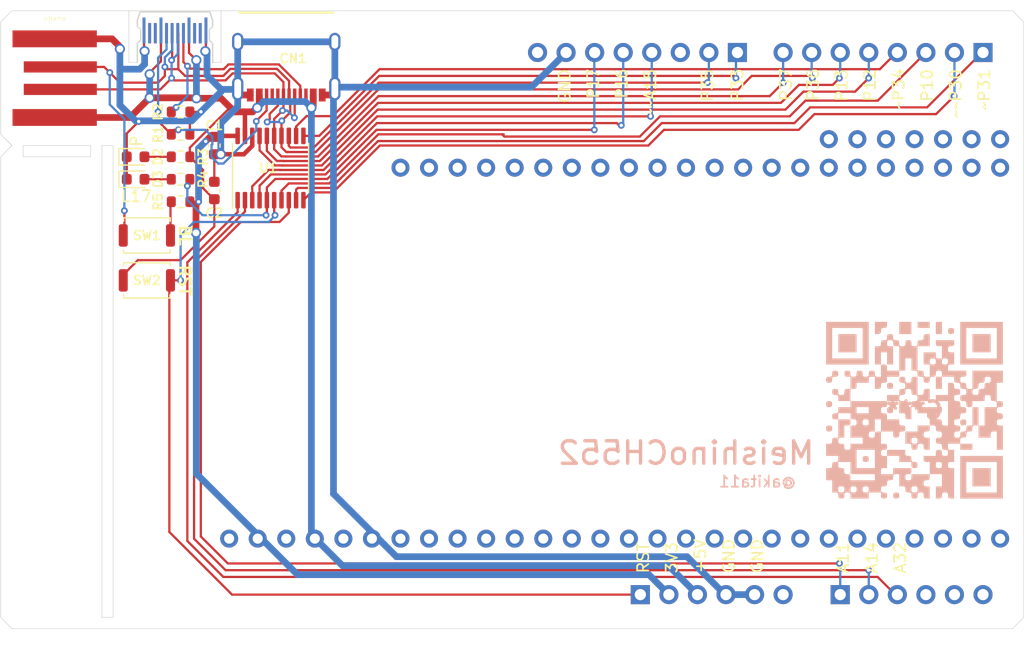
<source format=kicad_pcb>
(kicad_pcb (version 20211014) (generator pcbnew)
  (layers (0 "F.Cu" signal) (31 "B.Cu" signal) (34 "B.Paste" user) (35 "F.Paste" user) (36 "B.SilkS" user "B.Silkscreen") (37 "F.SilkS" user "F.Silkscreen") (38 "B.Mask" user) (39 "F.Mask" user) (44 "Edge.Cuts" user))
  (net 0 "")
  (net 1 "+3V3")
  (net 2 "GND")
  (net 3 "+5V")
  (net 5 "Net-(CN1-PadA5)")
  (net 6 "/P3.7")
  (net 7 "/P3.6")
  (net 9 "Net-(CN1-PadB5)")
  (net 10 "Net-(D2-Pad2)")
  (net 11 "Net-(D3-Pad2)")
  (net 12 "/RST")
  (net 14 "/P1.1")
  (net 15 "/P1.4")
  (net 16 "/P3.2")
  (net 20 "/P3.1")
  (net 21 "/P3.0")
  (net 22 "/P1.0")
  (net 23 "/P3.4")
  (net 24 "/P1.2")
  (net 25 "/P1.3")
  (net 26 "/P3.3")
  (net 27 "/P3.5")
  (net 29 "/P1.5")
  (net 30 "/P1.6")
  (net 31 "/P1.7")
  (net 33 "Net-(R5-Pad2)")
  (footprint "akita:Pad_TH09mm" (layer "F.Cu") (at 68.58 46.99 180)
    (fp_text reference "REF**" hide)
    (fp_text value "Pad_TH09mm" hide)
  )
  (footprint "akita:Pad_TH09mm" (layer "F.Cu") (at 83.82 11.43)
    (fp_text reference "REF**" hide)
    (fp_text value "Pad_TH09mm" hide)
  )
  (footprint "Button_Switch_SMD:SW_Push_SPST_NO_Alps_SKRK" (layer "F.Cu") (at 13 24 180)
    (fp_text reference "SW2")
    (fp_text value "SW_Push")
  )
  (footprint "Capacitor_SMD:C_0603_1608Metric" (layer "F.Cu") (at 19 16 90)
    (fp_text reference "C2")
    (fp_text value "0.1u")
  )
  (footprint "akita:Pad_TH09mm" (layer "F.Cu") (at 55.88 46.99 180)
    (fp_text reference "REF**" hide)
    (fp_text value "Pad_TH09mm" hide)
  )
  (footprint "Connector_PinSocket_2.54mm:PinSocket_1x08_P2.54mm_Vertical" (layer "F.Cu") (at 65.531 3.715 -90)
    (fp_text reference "J4" hide)
    (fp_text value "Conn_01x08")
  )
  (footprint "akita:Pad_TH09mm" (layer "F.Cu") (at 68.58 13.97)
    (fp_text reference "REF**" hide)
    (fp_text value "Pad_TH09mm" hide)
  )
  (footprint "akita:Pad_TH09mm" (layer "F.Cu") (at 78.74 46.99 180)
    (fp_text reference "REF**" hide)
    (fp_text value "Pad_TH09mm" hide)
  )
  (footprint "Connector_PinSocket_2.54mm:PinSocket_1x08_P2.54mm_Vertical" (layer "F.Cu") (at 87.375 3.715 -90)
    (fp_text reference "J3" hide)
    (fp_text value "Conn_01x08")
  )
  (footprint "akita:Pad_TH09mm" (layer "F.Cu") (at 35.56 46.99 180)
    (fp_text reference "REF**" hide)
    (fp_text value "Pad_TH09mm" hide)
  )
  (footprint "akita:Pad_TH09mm" (layer "F.Cu") (at 76.2 11.43)
    (fp_text reference "REF**" hide)
    (fp_text value "Pad_TH09mm" hide)
  )
  (footprint "akita:Pad_TH09mm" (layer "F.Cu") (at 58.42 46.99 180)
    (fp_text reference "REF**" hide)
    (fp_text value "Pad_TH09mm" hide)
  )
  (footprint "akita:Pad_TH09mm" (layer "F.Cu") (at 86.36 13.97)
    (fp_text reference "REF**" hide)
    (fp_text value "Pad_TH09mm" hide)
  )
  (footprint "akita:USB-C_PCBPLUG" (layer "F.Cu") (at 15.5 2 90)
    (fp_text reference "CN2" hide)
    (fp_text value "CON_USB-C-16" hide)
    (fp_line (start -2.6 -3.345) (end -0.9 -3.345) (layer "Edge.Cuts") (width 0.127))
    (fp_line (start -0.9 -3.345) (end -0.6 -3.045) (layer "Edge.Cuts") (width 0.127))
    (fp_line (start 0.6 -3.345) (end 1.15 -3.345) (layer "Edge.Cuts") (width 0.127))
    (fp_line (start 1.9 3.095) (end 1.15 3.345) (layer "Edge.Cuts") (width 0.127))
    (fp_line (start 1.15 -3.345) (end 1.9 -3.095) (layer "Edge.Cuts") (width 0.127))
    (fp_line (start 0.3 3.055) (end 0.6 3.345) (layer "Edge.Cuts") (width 0.127))
    (fp_line (start -0.6 3.055) (end 0.3 3.055) (layer "Edge.Cuts") (width 0.127))
    (fp_line (start -0.6 -3.045) (end 0.3 -3.045) (layer "Edge.Cuts") (width 0.127))
    (fp_line (start -0.9 3.345) (end -0.6 3.055) (layer "Edge.Cuts") (width 0.127))
    (fp_line (start -2.6 3.345) (end -0.9 3.345) (layer "Edge.Cuts") (width 0.127))
    (fp_line (start 1.9 -3.095) (end 1.9 3.095) (layer "Edge.Cuts") (width 0.127))
    (fp_line (start 0.6 3.345) (end 1.15 3.345) (layer "Edge.Cuts") (width 0.127))
    (fp_line (start 0.3 -3.045) (end 0.6 -3.345) (layer "Edge.Cuts") (width 0.127))
  )
  (footprint "akita:Pad_TH09mm" (layer "F.Cu") (at 53.34 46.99 180)
    (fp_text reference "REF**" hide)
    (fp_text value "Pad_TH09mm" hide)
  )
  (footprint "akita:Pad_TH09mm" (layer "F.Cu") (at 73.66 46.99 180)
    (fp_text reference "REF**" hide)
    (fp_text value "Pad_TH09mm" hide)
  )
  (footprint "Capacitor_SMD:C_0603_1608Metric" (layer "F.Cu") (at 19 12 -90)
    (fp_text reference "C1")
    (fp_text value "0.1u")
  )
  (footprint "akita:Pad_TH09mm" (layer "F.Cu") (at 83.82 46.99 180)
    (fp_text reference "REF**" hide)
    (fp_text value "Pad_TH09mm" hide)
  )
  (footprint "akita:Pad_TH09mm" (layer "F.Cu") (at 43.18 46.99 180)
    (fp_text reference "REF**" hide)
    (fp_text value "Pad_TH09mm" hide)
  )
  (footprint "akita:Pad_TH09mm" (layer "F.Cu") (at 48.26 46.99 180)
    (fp_text reference "REF**" hide)
    (fp_text value "Pad_TH09mm" hide)
  )
  (footprint "akita:Pad_TH09mm" (layer "F.Cu") (at 66.04 13.97)
    (fp_text reference "REF**" hide)
    (fp_text value "Pad_TH09mm" hide)
  )
  (footprint "akita:Pad_TH09mm" (layer "F.Cu") (at 50.8 13.97)
    (fp_text reference "REF**" hide)
    (fp_text value "Pad_TH09mm" hide)
  )
  (footprint "akita:Pad_TH09mm" (layer "F.Cu") (at 27.94 46.99 180)
    (fp_text reference "REF**" hide)
    (fp_text value "Pad_TH09mm" hide)
  )
  (footprint "akita:Pad_TH09mm" (layer "F.Cu") (at 63.5 46.99 180)
    (fp_text reference "REF**" hide)
    (fp_text value "Pad_TH09mm" hide)
  )
  (footprint "akita:Pad_TH09mm" (layer "F.Cu") (at 33.02 46.99 180)
    (fp_text reference "REF**" hide)
    (fp_text value "Pad_TH09mm" hide)
  )
  (footprint "akita:Pad_TH09mm" (layer "F.Cu") (at 60.96 13.97)
    (fp_text reference "REF**" hide)
    (fp_text value "Pad_TH09mm" hide)
  )
  (footprint "akita:Pad_TH09mm" (layer "F.Cu") (at 20.32 46.99 180)
    (fp_text reference "REF**" hide)
    (fp_text value "Pad_TH09mm" hide)
  )
  (footprint "akita:Pad_TH09mm" (layer "F.Cu") (at 86.36 11.43)
    (fp_text reference "REF**" hide)
    (fp_text value "Pad_TH09mm" hide)
  )
  (footprint "akita:Pad_TH09mm" (layer "F.Cu") (at 81.28 46.99 180)
    (fp_text reference "REF**" hide)
    (fp_text value "Pad_TH09mm" hide)
  )
  (footprint "Connector_PinSocket_2.54mm:PinSocket_1x06_P2.54mm_Vertical" (layer "F.Cu") (at 56.895 51.975 90)
    (fp_text reference "J1" hide)
    (fp_text value "Conn_01x06")
  )
  (footprint "akita:Pad_TH09mm" (layer "F.Cu") (at 81.28 11.43)
    (fp_text reference "REF**" hide)
    (fp_text value "Pad_TH09mm" hide)
  )
  (footprint "akita:Pad_TH09mm" (layer "F.Cu") (at 48.26 13.97)
    (fp_text reference "REF**" hide)
    (fp_text value "Pad_TH09mm" hide)
  )
  (footprint "LED_SMD:LED_0603_1608Metric" (layer "F.Cu") (at 12 13)
    (fp_text reference "D2")
    (fp_text value "LED")
  )
  (footprint "akita:Pad_TH09mm" (layer "F.Cu") (at 60.96 46.99 180)
    (fp_text reference "REF**" hide)
    (fp_text value "Pad_TH09mm" hide)
  )
  (footprint "akita:Pad_TH09mm" (layer "F.Cu") (at 50.8 46.99 180)
    (fp_text reference "REF**" hide)
    (fp_text value "Pad_TH09mm" hide)
  )
  (footprint "akita:Pad_TH09mm" (layer "F.Cu") (at 88.9 46.99 180)
    (fp_text reference "REF**" hide)
    (fp_text value "Pad_TH09mm" hide)
  )
  (footprint "akita:Pad_TH09mm" (layer "F.Cu") (at 88.9 11.43)
    (fp_text reference "REF**" hide)
    (fp_text value "Pad_TH09mm" hide)
  )
  (footprint "akita:Pad_TH09mm" (layer "F.Cu") (at 71.12 13.97)
    (fp_text reference "REF**" hide)
    (fp_text value "Pad_TH09mm" hide)
  )
  (footprint "akita:Pad_TH09mm" (layer "F.Cu") (at 53.34 13.97)
    (fp_text reference "REF**" hide)
    (fp_text value "Pad_TH09mm" hide)
  )
  (footprint "akita:Pad_TH09mm" (layer "F.Cu") (at 83.82 13.97)
    (fp_text reference "REF**" hide)
    (fp_text value "Pad_TH09mm" hide)
  )
  (footprint "akita:Pad_TH09mm" (layer "F.Cu") (at 40.64 13.97)
    (fp_text reference "REF**" hide)
    (fp_text value "Pad_TH09mm" hide)
  )
  (footprint "Resistor_SMD:R_0603_1608Metric" (layer "F.Cu") (at 16 15)
    (fp_text reference "R4")
    (fp_text value "1k")
  )
  (footprint "LED_SMD:LED_0603_1608Metric" (layer "F.Cu") (at 12 15)
    (fp_text reference "D3")
    (fp_text value "LED")
  )
  (footprint "Resistor_SMD:R_0603_1608Metric" (layer "F.Cu") (at 16 17 180)
    (fp_text reference "R5")
    (fp_text value "10k")
  )
  (footprint "Button_Switch_SMD:SW_Push_SPST_NO_Alps_SKRK" (layer "F.Cu") (at 13 20)
    (fp_text reference "SW1")
    (fp_text value "SW_Push")
  )
  (footprint "Resistor_SMD:R_0603_1608Metric" (layer "F.Cu") (at 16 11)
    (fp_text reference "R1")
    (fp_text value "5.1k")
  )
  (footprint "akita:Pad_TH09mm" (layer "F.Cu") (at 40.64 46.99 180)
    (fp_text reference "REF**" hide)
    (fp_text value "Pad_TH09mm" hide)
  )
  (footprint "Resistor_SMD:R_0603_1608Metric" (layer "F.Cu") (at 16 13)
    (fp_text reference "R3")
    (fp_text value "1k")
  )
  (footprint "akita:USB-C_16P_TH" (layer "F.Cu") (at 25.4 6.5 180)
    (fp_text reference "CN1")
    (fp_text value "CON_USB-C-16" hide)
  )
  (footprint "akita:Pad_TH09mm" (layer "F.Cu") (at 30.48 46.99 180)
    (fp_text reference "REF**" hide)
    (fp_text value "Pad_TH09mm" hide)
  )
  (footprint "akita:Pad_TH09mm" (layer "F.Cu") (at 63.5 13.97)
    (fp_text reference "REF**" hide)
    (fp_text value "Pad_TH09mm" hide)
  )
  (footprint "akita:Pad_TH09mm" (layer "F.Cu") (at 78.74 13.97)
    (fp_text reference "REF**" hide)
    (fp_text value "Pad_TH09mm" hide)
  )
  (footprint "akita:Pad_TH09mm" (layer "F.Cu") (at 25.4 46.99 180)
    (fp_text reference "REF**" hide)
    (fp_text value "Pad_TH09mm" hide)
  )
  (footprint "akita:Pad_TH09mm" (layer "F.Cu") (at 76.2 13.97)
    (fp_text reference "REF**" hide)
    (fp_text value "Pad_TH09mm" hide)
  )
  (footprint "akita:Pad_TH09mm" (layer "F.Cu") (at 88.9 13.97)
    (fp_text reference "REF**" hide)
    (fp_text value "Pad_TH09mm" hide)
  )
  (footprint "akita:Pad_TH09mm" (layer "F.Cu") (at 73.66 11.43)
    (fp_text reference "REF**" hide)
    (fp_text value "Pad_TH09mm" hide)
  )
  (footprint "akita:Pad_TH09mm" (layer "F.Cu") (at 86.36 46.99 180)
    (fp_text reference "REF**" hide)
    (fp_text value "Pad_TH09mm" hide)
  )
  (footprint "Resistor_SMD:R_0603_1608Metric" (layer "F.Cu") (at 16 9)
    (fp_text reference "R2")
    (fp_text value "5.1k")
  )
  (footprint "akita:Pad_TH09mm" (layer "F.Cu") (at 81.28 13.97)
    (fp_text reference "REF**" hide)
    (fp_text value "Pad_TH09mm" hide)
  )
  (footprint "Package_SO:TSSOP-20_4.4x6.5mm_P0.65mm" (layer "F.Cu") (at 24 14 90)
    (fp_text reference "U1")
    (fp_text value "MCU_CH552T")
  )
  (footprint "akita:Pad_TH09mm" (layer "F.Cu") (at 58.42 13.97)
    (fp_text reference "REF**" hide)
    (fp_text value "Pad_TH09mm" hide)
  )
  (footprint "akita:Pad_TH09mm" (layer "F.Cu") (at 35.56 13.97)
    (fp_text reference "REF**" hide)
    (fp_text value "Pad_TH09mm" hide)
  )
  (footprint "akita:Pad_TH09mm" (layer "F.Cu") (at 71.12 46.99 180)
    (fp_text reference "REF**" hide)
    (fp_text value "Pad_TH09mm" hide)
  )
  (footprint "akita:Pad_TH09mm" (layer "F.Cu") (at 43.18 13.97)
    (fp_text reference "REF**" hide)
    (fp_text value "Pad_TH09mm" hide)
  )
  (footprint "akita:Pad_TH09mm" (layer "F.Cu") (at 45.72 13.97)
    (fp_text reference "REF**" hide)
    (fp_text value "Pad_TH09mm" hide)
  )
  (footprint "akita:USB-A-PCB" (layer "F.Cu") (at 5 6)
    (fp_text reference "J5" hide)
    (fp_text value "USB_A" hide)
  )
  (footprint "akita:Pad_TH09mm" (layer "F.Cu") (at 38.1 13.97)
    (fp_text reference "REF**" hide)
    (fp_text value "Pad_TH09mm" hide)
  )
  (footprint "akita:Pad_TH09mm" (layer "F.Cu") (at 78.74 11.43)
    (fp_text reference "REF**" hide)
    (fp_text value "Pad_TH09mm" hide)
  )
  (footprint "akita:Pad_TH09mm" (layer "F.Cu") (at 76.2 46.99 180)
    (fp_text reference "REF**" hide)
    (fp_text value "Pad_TH09mm" hide)
  )
  (footprint "akita:Pad_TH09mm" (layer "F.Cu") (at 45.72 46.99 180)
    (fp_text reference "REF**" hide)
    (fp_text value "Pad_TH09mm" hide)
  )
  (footprint "akita:Pad_TH09mm" (layer "F.Cu") (at 66.04 46.99 180)
    (fp_text reference "REF**" hide)
    (fp_text value "Pad_TH09mm" hide)
  )
  (footprint "akita:Pad_TH09mm" (layer "F.Cu") (at 73.66 13.97)
    (fp_text reference "REF**" hide)
    (fp_text value "Pad_TH09mm" hide)
  )
  (footprint "akita:Pad_TH09mm" (layer "F.Cu") (at 38.1 46.99 180)
    (fp_text reference "REF**" hide)
    (fp_text value "Pad_TH09mm" hide)
  )
  (footprint "Connector_PinSocket_2.54mm:PinSocket_1x06_P2.54mm_Vertical" (layer "F.Cu") (at 74.675 51.975 90)
    (fp_text reference "J2" hide)
    (fp_text value "Conn_01x06")
  )
  (footprint "akita:Pad_TH09mm" (layer "F.Cu") (at 22.86 46.99 180)
    (fp_text reference "REF**" hide)
    (fp_text value "Pad_TH09mm" hide)
  )
  (footprint "akita:Pad_TH09mm" (layer "F.Cu") (at 55.88 13.97)
    (fp_text reference "REF**" hide)
    (fp_text value "Pad_TH09mm" hide)
  )
  (footprint "akita:MeishinoCH552_QR" (layer "B.Cu") (at 81.28 35.56 180)
    (fp_text reference "G***")
    (fp_text value "LOGO" hide)
  )
  (gr_line (start 0 1) (end 0 11) (layer "Edge.Cuts") (width 0.05))
  (gr_line (start 2 13) (end 2 12) (layer "Edge.Cuts") (width 0.05))
  (gr_line (start 90 55) (end 91 54) (layer "Edge.Cuts") (width 0.05))
  (gr_line (start 9 54) (end 9 12) (layer "Edge.Cuts") (width 0.05))
  (gr_line (start 8 12) (end 8 13) (layer "Edge.Cuts") (width 0.05))
  (gr_line (start 18.8 4.6) (end 19.6 4.6) (layer "Edge.Cuts") (width 0.05))
  (gr_line (start 0 11) (end 1 12) (layer "Edge.Cuts") (width 0.05))
  (gr_line (start 0 13) (end 0 54) (layer "Edge.Cuts") (width 0.05))
  (gr_line (start 1 12) (end 0.5 11.5) (layer "Edge.Cuts") (width 0.05))
  (gr_line (start 0 54) (end 1 55) (layer "Edge.Cuts") (width 0.05))
  (gr_line (start 1 0) (end 0 1) (layer "Edge.Cuts") (width 0.05))
  (gr_line (start 91 1) (end 91 54) (layer "Edge.Cuts") (width 0.05))
  (gr_line (start 10 54) (end 9 54) (layer "Edge.Cuts") (width 0.05))
  (gr_line (start 11.4 4.6) (end 11.4 0) (layer "Edge.Cuts") (width 0.05))
  (gr_line (start 90 0) (end 91 1) (layer "Edge.Cuts") (width 0.05))
  (gr_line (start 9 12) (end 10 12) (layer "Edge.Cuts") (width 0.05))
  (gr_line (start 10 54) (end 10 12) (layer "Edge.Cuts") (width 0.05))
  (gr_line (start 90 55) (end 1 55) (layer "Edge.Cuts") (width 0.05))
  (gr_line (start 12.2 4.6) (end 11.4 4.6) (layer "Edge.Cuts") (width 0.05))
  (gr_line (start 1 0) (end 90 0) (layer "Edge.Cuts") (width 0.05))
  (gr_line (start 19.6 4.6) (end 19.6 0) (layer "Edge.Cuts") (width 0.05))
  (gr_line (start 8 13) (end 2 13) (layer "Edge.Cuts") (width 0.05))
  (gr_line (start 2 12) (end 8 12) (layer "Edge.Cuts") (width 0.05))
  (gr_line (start 1 12) (end 0 13) (layer "Edge.Cuts") (width 0.05))
  (gr_text "MeishinoCH552" (at 60.96 39.37) (layer "B.SilkS") (effects (font (size 2 2) (thickness 0.3)) (justify mirror)))
  (gr_text "@akita11\n" (at 67.31 41.91) (layer "B.SilkS") (effects (font (size 1 1)) (justify mirror)))
  (gr_text "RST" (at 57.15 50.165 90) (layer "F.SilkS") (effects (font (size 1 1)) (justify left)))
  (gr_text "3V3" (at 59.69 50.165 90) (layer "F.SilkS") (effects (font (size 1 1)) (justify left)))
  (gr_text "P17" (at 52.705 5.08 90) (layer "F.SilkS") (effects (font (size 1 0.9)) (justify right)))
  (gr_text "A32\n" (at 80.01 50.165 90) (layer "F.SilkS") (effects (font (size 1 1)) (justify left)))
  (gr_text "P16" (at 55.245 5.08 90) (layer "F.SilkS") (effects (font (size 1 0.9)) (justify right)))
  (gr_text "BL" (at 16.4 20 270) (layer "F.SilkS") (effects (font (size 1 1) (thickness 0.2))))
  (gr_text "GND" (at 67.31 50.165 90) (layer "F.SilkS") (effects (font (size 1 1)) (justify left)))
  (gr_text "P36" (at 72.255 5.03 90) (layer "F.SilkS") (effects (font (size 1 1)) (justify right)))
  (gr_text "L17" (at 12.065 16.51) (layer "F.SilkS") (effects (font (size 1 1))))
  (gr_text "~~A15" (at 57.785 5.08 90) (layer "F.SilkS") (effects (font (size 1 1)) (justify right)))
  (gr_text "P10" (at 82.415 5.09 90) (layer "F.SilkS") (effects (font (size 1 1)) (justify right)))
  (gr_text "~P31" (at 87.495 5.09 90) (layer "F.SilkS") (effects (font (size 1 1)) (justify right)))
  (gr_text "A14" (at 77.47 50.165 90) (layer "F.SilkS") (effects (font (size 1 1)) (justify left)))
  (gr_text "P37" (at 69.85 5.03 90) (layer "F.SilkS") (effects (font (size 1 1)) (justify right)))
  (gr_text "P35" (at 62.865 5.09 90) (layer "F.SilkS") (effects (font (size 1 1)) (justify right)))
  (gr_text "GND" (at 64.77 50.165 90) (layer "F.SilkS") (effects (font (size 1 1)) (justify left)))
  (gr_text "A11" (at 74.93 50.165 90) (layer "F.SilkS") (effects (font (size 1 1)) (justify left)))
  (gr_text "P" (at 12.065 11.6 90) (layer "F.SilkS") (effects (font (size 1 1))))
  (gr_text "P12" (at 77.305 5.09 90) (layer "F.SilkS") (effects (font (size 1 1)) (justify right)))
  (gr_text "P13" (at 74.795 5.09 90) (layer "F.SilkS") (effects (font (size 1 1)) (justify right)))
  (gr_text "RST" (at 16.4 24 270) (layer "F.SilkS") (effects (font (size 1 1) (thickness 0.2))))
  (gr_text "P33" (at 65.531 5.045 90) (layer "F.SilkS") (effects (font (size 1 1)) (justify right)))
  (gr_text "GND" (at 50.165 5.08 90) (layer "F.SilkS") (effects (font (size 1 1)) (justify right)))
  (gr_text "~~P30" (at 84.955 5.09 90) (layer "F.SilkS") (effects (font (size 1 1)) (justify right)))
  (gr_text "~P34" (at 79.875 5.03 90) (layer "F.SilkS") (effects (font (size 1 1)) (justify right)))
  (gr_text "+5V" (at 62.23 50.165 90) (layer "F.SilkS") (effects (font (size 1 1)) (justify left)))
  (segment (start 17.370023 19.770023) (end 17.370023 17.229977) (width 0.6) (layer "F.Cu") (net 1))
  (segment (start 16.825 17) (end 17.6 17) (width 0.2) (layer "F.Cu") (net 1))
  (segment (start 19 11.225) (end 18.631039 11.225) (width 0.6) (layer "F.Cu") (net 1))
  (segment (start 21.075 11.1375) (end 19.0625 11.1375) (width 0.4) (layer "F.Cu") (net 1))
  (segment (start 17.370023 17.229977) (end 17.6 17) (width 0.6) (layer "F.Cu") (net 1))
  (segment (start 18.631039 11.225) (end 18.228019 11.62802) (width 0.6) (layer "F.Cu") (net 1))
  (segment (start 19.0625 11.1375) (end 19 11.2) (width 0.2) (layer "F.Cu") (net 1))
  (via (at 17.370023 19.770023) (size 0.9) (drill 0.6) (layers "F.Cu" "B.Cu") (net 1))
  (via (at 18.228019 11.62802) (size 0.6) (drill 0.3) (layers "F.Cu" "B.Cu") (net 1))
  (via (at 17.6 17) (size 0.6) (drill 0.3) (layers "F.Cu" "B.Cu") (net 1))
  (segment (start 17.4 20.2) (end 17.4 19.8) (width 0.6) (layer "B.Cu") (net 1))
  (segment (start 17.4 19.8) (end 17.370023 19.770023) (width 0.6) (layer "B.Cu") (net 1))
  (segment (start 57.66 50.2) (end 26.4 50.2) (width 0.6) (layer "B.Cu") (net 1))
  (segment (start 59.435 51.975) (end 57.66 50.2) (width 0.6) (layer "B.Cu") (net 1))
  (segment (start 17.6 12.256039) (end 18.228019 11.62802) (width 0.6) (layer "B.Cu") (net 1))
  (segment (start 17.6 17) (end 17.6 12.256039) (width 0.6) (layer "B.Cu") (net 1))
  (segment (start 17.4 41.2) (end 17.4 20.2) (width 0.6) (layer "B.Cu") (net 1))
  (segment (start 26.4 50.2) (end 17.4 41.2) (width 0.6) (layer "B.Cu") (net 1))
  (segment (start 22.2 7.5) (end 21.1 7.5) (width 0.6) (layer "F.Cu") (net 2))
  (segment (start 18.25 1.75) (end 18.25 3.55) (width 0.2) (layer "F.Cu") (net 2))
  (segment (start 21.1 7.5) (end 21 7.4) (width 0.6) (layer "F.Cu") (net 2))
  (segment (start 19 12.775) (end 19.575 12.775) (width 0.4) (layer "F.Cu") (net 2))
  (segment (start 16.825 9) (end 17.8 9) (width 0.2) (layer "F.Cu") (net 2))
  (segment (start 10.6 3.2) (end 10.6 3.4) (width 0.6) (layer "F.Cu") (net 2))
  (segment (start 22.375 12.025) (end 22.375 11.1375) (width 0.4) (layer "F.Cu") (net 2))
  (segment (start 10.2 2.8) (end 10.6 3.2) (width 0.6) (layer "F.Cu") (net 2))
  (segment (start 11.2125 10.918164) (end 12.275291 9.855373) (width 0.2) (layer "F.Cu") (net 2))
  (segment (start 19.575 12.775) (end 21.625 12.775) (width 0.4) (layer "F.Cu") (net 2))
  (segment (start 21.625 12.775) (end 22.375 12.025) (width 0.4) (layer "F.Cu") (net 2))
  (segment (start 11.2125 15) (end 11.2125 10.918164) (width 0.2) (layer "F.Cu") (net 2))
  (segment (start 12.75 1.75) (end 12.75 3.55) (width 0.2) (layer "F.Cu") (net 2))
  (segment (start 29.3 7.5) (end 29.6 7.2) (width 0.6) (layer "F.Cu") (net 2))
  (segment (start 18.25 3.55) (end 18.2 3.6) (width 0.2) (layer "F.Cu") (net 2))
  (segment (start 12.75 3.55) (end 12.8 3.6) (width 0.2) (layer "F.Cu") (net 2))
  (segment (start 16.825 9) (end 16.825 11.025) (width 0.2) (layer "F.Cu") (net 2))
  (segment (start 9.9 2.5) (end 10.2 2.8) (width 0.6) (layer "F.Cu") (net 2))
  (segment (start 19 15.225) (end 19 12.8) (width 0.2) (layer "F.Cu") (net 2))
  (segment (start 17.8 9) (end 17.809957 8.990043) (width 0.2) (layer "F.Cu") (net 2))
  (segment (start 4.8 2.5) (end 9.9 2.5) (width 0.6) (layer "F.Cu") (net 2))
  (segment (start 28.6 7.5) (end 29.3 7.5) (width 0.6) (layer "F.Cu") (net 2))
  (via (at 10.6 3.4) (size 0.9) (drill 0.6) (layers "F.Cu" "B.Cu") (net 2))
  (via (at 17.809957 8.990043) (size 0.6) (drill 0.3) (layers "F.Cu" "B.Cu") (net 2))
  (via (at 18.2 3.6) (size 0.9) (drill 0.6) (layers "F.Cu" "B.Cu") (net 2))
  (via (at 12.8 3.6) (size 0.9) (drill 0.6) (layers "F.Cu" "B.Cu") (net 2))
  (via (at 12.275291 9.855373) (size 0.6) (drill 0.3) (layers "F.Cu" "B.Cu") (net 2))
  (via (at 19.575 12.775) (size 0.9) (drill 0.6) (layers "F.Cu" "B.Cu") (net 2))
  (segment (start 19.6 7) (end 20.762273 7) (width 0.6) (layer "B.Cu") (net 2))
  (segment (start 21.08 8.52) (end 19.575 10.025) (width 0.6) (layer "B.Cu") (net 2))
  (segment (start 12.358188 5.2) (end 10.8 5.2) (width 0.6) (layer "B.Cu") (net 2))
  (segment (start 21.235 2.765) (end 21.2 2.8) (width 0.6) (layer "B.Cu") (net 2))
  (segment (start 10.6 5) (end 10.6 8.4) (width 0.6) (layer "B.Cu") (net 2))
  (segment (start 29.68 2.88) (end 29.6 2.8) (width 0.6) (layer "B.Cu") (net 2))
  (segment (start 10.6 8.4) (end 12 9.8) (width 0.6) (layer "B.Cu") (net 2))
  (segment (start 17.809957 8.990043) (end 19.6 7.2) (width 0.6) (layer "B.Cu") (net 2))
  (segment (start 35.2 48.6) (end 29.6 43) (width 0.6) (layer "B.Cu") (net 2))
  (segment (start 64.425 51.975) (end 61.05 48.6) (width 0.6) (layer "B.Cu") (net 2))
  (segment (start 47.206 6.8) (end 29.8 6.8) (width 0.6) (layer "B.Cu") (net 2))
  (segment (start 50.291 3.715) (end 47.206 6.8) (width 0.6) (layer "B.Cu") (net 2))
  (segment (start 17 9.8) (end 17.809957 8.990043) (width 0.6) (layer "B.Cu") (net 2))
  (segment (start 21.08 6.935) (end 21.08 8.52) (width 0.6) (layer "B.Cu") (net 2))
  (segment (start 12 9.8) (end 17 9.8) (width 0.6) (layer "B.Cu") (net 2))
  (segment (start 29.72 6.935) (end 29.72 2.88) (width 0.6) (layer "B.Cu") (net 2))
  (segment (start 12.8 3.6) (end 12.8 4.758188) (width 0.6) (layer "B.Cu") (net 2))
  (segment (start 29.6 43) (end 29.6 6.8) (width 0.6) (layer "B.Cu") (net 2))
  (segment (start 18.349511 3.749511) (end 18.349511 5.749511) (width 0.6) (layer "B.Cu") (net 2))
  (segment (start 21.08 2.765) (end 21.08 6.92) (width 0.6) (layer "B.Cu") (net 2))
  (segment (start 19.6 7.2) (end 19.6 7) (width 0.6) (layer "B.Cu") (net 2))
  (segment (start 18.349511 5.749511) (end 19.6 7) (width 0.6) (layer "B.Cu") (net 2))
  (segment (start 67.055 51.975) (end 64.425 51.975) (width 0.6) (layer "B.Cu") (net 2))
  (segment (start 29.72 2.88) (end 29.68 2.88) (width 0.6) (layer "B.Cu") (net 2))
  (segment (start 19.575 10.025) (end 19.575 12.775) (width 0.6) (layer "B.Cu") (net 2))
  (segment (start 10.6 3.4) (end 10.6 5) (width 0.6) (layer "B.Cu") (net 2))
  (segment (start 12.8 4.758188) (end 12.358188 5.2) (width 0.6) (layer "B.Cu") (net 2))
  (segment (start 29.72 2.765) (end 21.235 2.765) (width 0.6) (layer "B.Cu") (net 2))
  (segment (start 61.05 48.6) (end 35.2 48.6) (width 0.6) (layer "B.Cu") (net 2))
  (segment (start 18.2 3.6) (end 18.349511 3.749511) (width 0.6) (layer "B.Cu") (net 2))
  (segment (start 10.8 5.2) (end 10.6 5) (width 0.6) (layer "B.Cu") (net 2))
  (segment (start 13.2505 5.6505) (end 13.2505 5.502161) (width 0.2) (layer "F.Cu") (net 3))
  (segment (start 10.9 23.5) (end 12.2 22.2) (width 0.2) (layer "F.Cu") (net 3))
  (segment (start 21.725 9.125) (end 21.6 9) (width 0.4) (layer "F.Cu") (net 3))
  (segment (start 21.6 9) (end 20.8 9) (width 0.6) (layer "F.Cu") (net 3))
  (segment (start 18 14.175) (end 16.825 13) (width 0.2) (layer "F.Cu") (net 3))
  (segment (start 13.2505 7.7495) (end 17.368454 7.7495) (width 0.6) (layer "F.Cu") (net 3))
  (segment (start 27.8 8.466205) (end 27.634406 8.631799) (width 0.6) (layer "F.Cu") (net 3))
  (segment (start 16.825 13) (end 16.825 12.183217) (width 0.2) (layer "F.Cu") (net 3))
  (segment (start 18.975 16.775) (end 18 15.8) (width 0.2) (layer "F.Cu") (net 3))
  (segment (start 22.4 9) (end 21.6 9) (width 0.6) (layer "F.Cu") (net 3))
  (segment (start 16 22.2) (end 19 19.2) (width 0.2) (layer "F.Cu") (net 3))
  (segment (start 18 15.8) (end 18 14.175) (width 0.2) (layer "F.Cu") (net 3))
  (segment (start 16.825 12.183217) (end 20.4 8.608217) (width 0.2) (layer "F.Cu") (net 3))
  (segment (start 20.4 8.608217) (end 20.4 8.6) (width 0.2) (layer "F.Cu") (net 3))
  (segment (start 23 7.5) (end 23 8.4) (width 0.6) (layer "F.Cu") (net 3))
  (segment (start 17.368454 7.7495) (end 17.409477 7.790523) (width 0.6) (layer "F.Cu") (net 3))
  (segment (start 10.9 24) (end 10.9 23.5) (width 0.2) (layer "F.Cu") (net 3))
  (segment (start 23 8.4) (end 22.4 9) (width 0.6) (layer "F.Cu") (net 3))
  (segment (start 21.725 11.1375) (end 21.725 9.125) (width 0.4) (layer "F.Cu") (net 3))
  (segment (start 11.5 9.5) (end 13.2505 7.7495) (width 0.6) (layer "F.Cu") (net 3))
  (segment (start 20.4 8.6) (end 19.590523 7.790523) (width 0.6) (layer "F.Cu") (net 3))
  (segment (start 19.590523 7.790523) (end 17.409477 7.790523) (width 0.6) (layer "F.Cu") (net 3))
  (segment (start 19 19.2) (end 19 16.8) (width 0.2) (layer "F.Cu") (net 3))
  (segment (start 12.2 22.2) (end 16 22.2) (width 0.2) (layer "F.Cu") (net 3))
  (segment (start 14.25 4.502661) (end 14.25 1.75) (width 0.2) (layer "F.Cu") (net 3))
  (segment (start 16.75 3.75) (end 16.75 1.75) (width 0.2) (layer "F.Cu") (net 3))
  (segment (start 4.8 9.5) (end 11.5 9.5) (width 0.6) (layer "F.Cu") (net 3))
  (segment (start 20.8 9) (end 20.4 8.6) (width 0.6) (layer "F.Cu") (net 3))
  (segment (start 19 16.775) (end 18.975 16.775) (width 0.2) (layer "F.Cu") (net 3))
  (segment (start 27.8 7.5) (end 27.8 8.466205) (width 0.6) (layer "F.Cu") (net 3))
  (segment (start 17.4 4.4) (end 16.75 3.75) (width 0.2) (layer "F.Cu") (net 3))
  (segment (start 13.2505 5.502161) (end 14.25 4.502661) (width 0.2) (layer "F.Cu") (net 3))
  (via (at 17.409477 7.790523) (size 0.9) (drill 0.6) (layers "F.Cu" "B.Cu") (net 3))
  (via (at 13.2505 7.7495) (size 0.9) (drill 0.6) (layers "F.Cu" "B.Cu") (net 3))
  (via (at 13.2505 5.6505) (size 0.9) (drill 0.6) (layers "F.Cu" "B.Cu") (net 3))
  (via (at 17.4 4.4) (size 0.9) (drill 0.6) (layers "F.Cu" "B.Cu") (net 3))
  (via (at 27.634406 8.631799) (size 0.9) (drill 0.6) (layers "F.Cu" "B.Cu") (net 3))
  (via (at 22.822243 8.638925) (size 0.9) (drill 0.6) (layers "F.Cu" "B.Cu") (net 3))
  (segment (start 61.975 51.975) (end 59.4 49.4) (width 0.6) (layer "B.Cu") (net 3))
  (segment (start 27.634406 46.634406) (end 27.634406 8.631799) (width 0.6) (layer "B.Cu") (net 3))
  (segment (start 13.2505 5.6505) (end 13.2505 7.7495) (width 0.6) (layer "B.Cu") (net 3))
  (segment (start 27.088666 8.086059) (end 23.375109 8.086059) (width 0.6) (layer "B.Cu") (net 3))
  (segment (start 23.375109 8.086059) (end 22.822243 8.638925) (width 0.6) (layer "B.Cu") (net 3))
  (segment (start 30.4 49.4) (end 27.634406 46.634406) (width 0.6) (layer "B.Cu") (net 3))
  (segment (start 27.634406 8.631799) (end 27.088666 8.086059) (width 0.6) (layer "B.Cu") (net 3))
  (segment (start 17.409477 4.409477) (end 17.409477 7.790523) (width 0.6) (layer "B.Cu") (net 3))
  (segment (start 17.4 4.4) (end 17.409477 4.409477) (width 0.6) (layer "B.Cu") (net 3))
  (segment (start 59.4 49.4) (end 30.4 49.4) (width 0.6) (layer "B.Cu") (net 3))
  (segment (start 19.834994 5.2) (end 17.760948 5.2) (width 0.2) (layer "F.Cu") (net 5))
  (segment (start 24.410472 4.77644) (end 20.258554 4.77644) (width 0.2) (layer "F.Cu") (net 5))
  (segment (start 15.175 9) (end 15.2 9) (width 0.2) (layer "F.Cu") (net 5))
  (segment (start 17.710459 5.149511) (end 16.832788 5.149511) (width 0.2) (layer "F.Cu") (net 5))
  (segment (start 17.760948 5.2) (end 17.710459 5.149511) (width 0.2) (layer "F.Cu") (net 5))
  (segment (start 16.609966 4.926689) (end 16.25 4.566723) (width 0.2) (layer "F.Cu") (net 5))
  (segment (start 20.258554 4.77644) (end 19.834994 5.2) (width 0.2) (layer "F.Cu") (net 5))
  (segment (start 16.832788 5.149511) (end 16.609966 4.926689) (width 0.2) (layer "F.Cu") (net 5))
  (segment (start 26.65 7.5) (end 26.65 6.684994) (width 0.2) (layer "F.Cu") (net 5))
  (segment (start 24.741445 4.776439) (end 24.410472 4.77644) (width 0.2) (layer "F.Cu") (net 5))
  (segment (start 26.65 6.684994) (end 24.741445 4.776439) (width 0.2) (layer "F.Cu") (net 5))
  (segment (start 16.25 4.566723) (end 16.25 2) (width 0.2) (layer "F.Cu") (net 5))
  (segment (start 15.2 9) (end 15.6 8.6) (width 0.2) (layer "F.Cu") (net 5))
  (via (at 16.609966 4.926689) (size 0.6) (drill 0.3) (layers "F.Cu" "B.Cu") (net 5))
  (via (at 15.6 8.6) (size 0.6) (drill 0.3) (layers "F.Cu" "B.Cu") (net 5))
  (segment (start 15.6 8.6) (end 16.609966 7.590034) (width 0.2) (layer "B.Cu") (net 5))
  (segment (start 16.609966 7.590034) (end 16.609966 4.926689) (width 0.2) (layer "B.Cu") (net 5))
  (segment (start 15.2 4.4) (end 15.25 4.35) (width 0.2) (layer "F.Cu") (net 6))
  (segment (start 15.2 6) (end 15.4 6.2) (width 0.2) (layer "F.Cu") (net 6))
  (segment (start 26.15 9.497822) (end 26.15 7.5) (width 0.2) (layer "F.Cu") (net 6))
  (segment (start 24.325 9.627178) (end 24.325 11.1375) (width 0.2) (layer "F.Cu") (net 6))
  (segment (start 25.066608 8.88557) (end 25.15 8.802178) (width 0.2) (layer "F.Cu") (net 6))
  (segment (start 33.6 7.6) (end 28.22644 12.97356) (width 0.2) (layer "F.Cu") (net 6))
  (segment (start 25.331933 12.966927) (end 24.966927 12.966927) (width 0.2) (layer "F.Cu") (net 6))
  (segment (start 28.22644 12.97356) (end 25.338566 12.97356) (width 0.2) (layer "F.Cu") (net 6))
  (segment (start 5.3 7) (end 14.2 7) (width 0.2) (layer "F.Cu") (net 6))
  (segment (start 15.4 6.2) (end 20 6.2) (width 0.2) (layer "F.Cu") (net 6))
  (segment (start 25.338566 12.97356) (end 25.331933 12.966927) (width 0.2) (layer "F.Cu") (net 6))
  (segment (start 20 6.2) (end 20.624521 5.575479) (width 0.2) (layer "F.Cu") (net 6))
  (segment (start 15.25 4.35) (end 15.25 2) (width 0.2) (layer "F.Cu") (net 6))
  (segment (start 24.375479 5.575479) (end 25.15 6.35) (width 0.2) (layer "F.Cu") (net 6))
  (segment (start 68.4 7.6) (end 33.6 7.6) (width 0.2) (layer "F.Cu") (net 6))
  (segment (start 26.123911 9.523911) (end 26.15 9.497822) (width 0.2) (layer "F.Cu") (net 6))
  (segment (start 69.6 6.4) (end 68.4 7.6) (width 0.2) (layer "F.Cu") (net 6))
  (segment (start 24.325 12.325) (end 24.325 11.1375) (width 0.2) (layer "F.Cu") (net 6))
  (segment (start 25.15 6.35) (end 25.15 7.5) (width 0.2) (layer "F.Cu") (net 6))
  (segment (start 25.066608 8.88557) (end 24.325 9.627178) (width 0.2) (layer "F.Cu") (net 6))
  (segment (start 20.624521 5.575479) (end 24.375479 5.575479) (width 0.2) (layer "F.Cu") (net 6))
  (segment (start 14.2 7) (end 15.2 6) (width 0.2) (layer "F.Cu") (net 6))
  (segment (start 25.15 8.802178) (end 25.15 7.5) (width 0.2) (layer "F.Cu") (net 6))
  (segment (start 24.966927 12.966927) (end 24.325 12.325) (width 0.2) (layer "F.Cu") (net 6))
  (via (at 25.066608 8.88557) (size 0.6) (drill 0.3) (layers "F.Cu" "B.Cu") (net 6))
  (via (at 15.2 6) (size 0.6) (drill 0.3) (layers "F.Cu" "B.Cu") (net 6))
  (via (at 69.6 6.4) (size 0.6) (drill 0.3) (layers "F.Cu" "B.Cu") (net 6))
  (via (at 26.123911 9.523911) (size 0.6) (drill 0.3) (layers "F.Cu" "B.Cu") (net 6))
  (via (at 15.2 4.4) (size 0.6) (drill 0.3) (layers "F.Cu" "B.Cu") (net 6))
  (segment (start 69.595 6.395) (end 69.595 3.715) (width 0.2) (layer "B.Cu") (net 6))
  (segment (start 69.6 6.4) (end 69.595 6.395) (width 0.2) (layer "B.Cu") (net 6))
  (segment (start 15.2 4.4) (end 15.2 6) (width 0.2) (layer "B.Cu") (net 6))
  (segment (start 25.48557 8.88557) (end 25.066608 8.88557) (width 0.2) (layer "B.Cu") (net 6))
  (segment (start 15.75 3.85) (end 15.75 2) (width 0.2) (layer "B.Cu") (net 6))
  (segment (start 15.2 4.4) (end 15.75 3.85) (width 0.2) (layer "B.Cu") (net 6))
  (segment (start 26.123911 9.523911) (end 25.48557 8.88557) (width 0.2) (layer "B.Cu") (net 6))
  (segment (start 19.8 5.8) (end 16.39952 5.8) (width 0.2) (layer "F.Cu") (net 7))
  (segment (start 72.2 6) (end 72 5.8) (width 0.2) (layer "F.Cu") (net 7))
  (segment (start 25.75048 8.374511) (end 25.75048 9.04952) (width 0.2) (layer "F.Cu") (net 7))
  (segment (start 25.65 6.25) (end 24.575959 5.175959) (width 0.2) (layer "F.Cu") (net 7))
  (segment (start 33.595018 7) (end 28.020978 12.57404) (width 0.2) (layer "F.Cu") (net 7))
  (segment (start 25.49742 12.567408) (end 25.392408 12.567408) (width 0.2) (layer "F.Cu") (net 7))
  (segment (start 23.700394 9.9005) (end 23.92548 9.675414) (width 0.2) (layer "F.Cu") (net 7))
  (segment (start 14 6.4) (end 14.6005 5.7995) (width 0.2) (layer "F.Cu") (net 7))
  (segment (start 10.6 6.4) (end 14 6.4) (width 0.2) (layer "F.Cu") (net 7))
  (segment (start 9.2 5) (end 10.6 6.4) (width 0.2) (layer "F.Cu") (net 7))
  (segment (start 15.8 5.20048) (end 14.800981 5.20048) (width 0.2) (layer "F.Cu") (net 7))
  (segment (start 72 5.8) (end 66.8 5.8) (width 0.2) (layer "F.Cu") (net 7))
  (segment (start 28.020978 12.57404) (end 25.504052 12.57404) (width 0.2) (layer "F.Cu") (net 7))
  (segment (start 25.65 8.274031) (end 25.75048 8.374511) (width 0.2) (layer "F.Cu") (net 7))
  (segment (start 23.92548 9.675414) (end 23.92548 9.17886) (width 0.2) (layer "F.Cu") (net 7))
  (segment (start 10.9 20) (end 11 19.9) (width 0.2) (layer "F.Cu") (net 7))
  (segment (start 24.575959 5.175959) (end 20.424041 5.175959) (width 0.2) (layer "F.Cu") (net 7))
  (segment (start 25.392408 12.567408) (end 24.975 12.15) (width 0.2) (layer "F.Cu") (net 7))
  (segment (start 24.65 8.45434) (end 24.65 7.5) (width 0.2) (layer "F.Cu") (net 7))
  (segment (start 65.6 7) (end 33.595018 7) (width 0.2) (layer "F.Cu") (net 7))
  (segment (start 15.8 5.20048) (end 15.8 2.05) (width 0.2) (layer "F.Cu") (net 7))
  (segment (start 25.65 7.5) (end 25.65 6.25) (width 0.2) (layer "F.Cu") (net 7))
  (segment (start 24.975 9.825) (end 24.975 11.1375) (width 0.2) (layer "F.Cu") (net 7))
  (segment (start 14.6005 5.7995) (end 14.6005 4.999999) (width 0.2) (layer "F.Cu") (net 7))
  (segment (start 25.504052 12.57404) (end 25.49742 12.567408) (width 0.2) (layer "F.Cu") (net 7))
  (segment (start 14.800981 5.20048) (end 14.6005 4.999999) (width 0.2) (layer "F.Cu") (net 7))
  (segment (start 5.3 5) (end 9.2 5) (width 0.2) (layer "F.Cu") (net 7))
  (segment (start 11 19.9) (end 11 17.8) (width 0.2) (layer "F.Cu") (net 7))
  (segment (start 66.8 5.8) (end 65.6 7) (width 0.2) (layer "F.Cu") (net 7))
  (segment (start 16.39952 5.8) (end 15.8 5.20048) (width 0.2) (layer "F.Cu") (net 7))
  (segment (start 15.8 2.05) (end 15.75 2) (width 0.2) (layer "F.Cu") (net 7))
  (segment (start 20.424041 5.175959) (end 19.8 5.8) (width 0.2) (layer "F.Cu") (net 7))
  (segment (start 25.65 7.5) (end 25.65 8.274031) (width 0.2) (layer "F.Cu") (net 7))
  (segment (start 24.975 12.15) (end 24.975 11.1375) (width 0.2) (layer "F.Cu") (net 7))
  (segment (start 23.92548 9.17886) (end 24.65 8.45434) (width 0.2) (layer "F.Cu") (net 7))
  (segment (start 25.75048 9.04952) (end 24.975 9.825) (width 0.2) (layer "F.Cu") (net 7))
  (via (at 23.700394 9.9005) (size 0.6) (drill 0.3) (layers "F.Cu" "B.Cu") (net 7))
  (via (at 72.2 6) (size 0.6) (drill 0.3) (layers "F.Cu" "B.Cu") (net 7))
  (via (at 9.7 5.5) (size 0.6) (drill 0.3) (layers "F.Cu" "B.Cu") (net 7))
  (via (at 11 17.8) (size 0.6) (drill 0.3) (layers "F.Cu" "B.Cu") (net 7))
  (via (at 25 9.8) (size 0.6) (drill 0.3) (layers "F.Cu" "B.Cu") (net 7))
  (via (at 14.6005 4.999999) (size 0.6) (drill 0.3) (layers "F.Cu" "B.Cu") (net 7))
  (segment (start 11 9.64785) (end 9.7 8.34785) (width 0.2) (layer "B.Cu") (net 7))
  (segment (start 23.700394 9.9005) (end 24.8995 9.9005) (width 0.2) (layer "B.Cu") (net 7))
  (segment (start 15.25 3.502162) (end 15.25 2) (width 0.2) (layer "B.Cu") (net 7))
  (segment (start 72.135 5.935) (end 72.135 3.715) (width 0.2) (layer "B.Cu") (net 7))
  (segment (start 14.6005 4.999999) (end 14.6005 4.151662) (width 0.2) (layer "B.Cu") (net 7))
  (segment (start 9.7 8.34785) (end 9.7 5.5) (width 0.2) (layer "B.Cu") (net 7))
  (segment (start 24.8995 9.9005) (end 25 9.8) (width 0.2) (layer "B.Cu") (net 7))
  (segment (start 72.2 6) (end 72.135 5.935) (width 0.2) (layer "B.Cu") (net 7))
  (segment (start 14.6005 4.151662) (end 15.25 3.502162) (width 0.2) (layer "B.Cu") (net 7))
  (segment (start 11 17.8) (end 11 9.64785) (width 0.2) (layer "B.Cu") (net 7))
  (segment (start 15.8 10.6) (end 15.4 10.6) (width 0.2) (layer "F.Cu") (net 9))
  (segment (start 14 9.825) (end 14 9) (width 0.2) (layer "F.Cu") (net 9))
  (segment (start 15.175 11) (end 14 9.825) (width 0.2) (layer "F.Cu") (net 9))
  (segment (start 23.65 7.5) (end 23.65 8.889334) (width 0.2) (layer "F.Cu") (net 9))
  (segment (start 22.732253 9.807081) (end 22.732253 9.840724) (width 0.2) (layer "F.Cu") (net 9))
  (segment (start 23.65 8.889334) (end 22.732253 9.807081) (width 0.2) (layer "F.Cu") (net 9))
  (via (at 15.8 10.6) (size 0.6) (drill 0.3) (layers "F.Cu" "B.Cu") (net 9))
  (via (at 22.732253 9.840724) (size 0.6) (drill 0.3) (layers "F.Cu" "B.Cu") (net 9))
  (via (at 14 9) (size 0.6) (drill 0.3) (layers "F.Cu" "B.Cu") (net 9))
  (segment (start 18.751939 11.951938) (end 18.82753 11.876347) (width 0.2) (layer "B.Cu") (net 9))
  (segment (start 22.732253 9.840724) (end 22.732253 10.677717) (width 0.2) (layer "B.Cu") (net 9))
  (segment (start 19.34003 13.6) (end 18.751939 13.011909) (width 0.2) (layer "B.Cu") (net 9))
  (segment (start 14 4.187156) (end 14.75 3.437156) (width 0.2) (layer "B.Cu") (net 9))
  (segment (start 18.82753 11.876347) (end 18.82753 11.22753) (width 0.2) (layer "B.Cu") (net 9))
  (segment (start 22.732253 10.677717) (end 19.80997 13.6) (width 0.2) (layer "B.Cu") (net 9))
  (segment (start 18.751939 13.011909) (end 18.751939 11.951938) (width 0.2) (layer "B.Cu") (net 9))
  (segment (start 18.2 10.6) (end 15.8 10.6) (width 0.2) (layer "B.Cu") (net 9))
  (segment (start 14 9) (end 14 4.187156) (width 0.2) (layer "B.Cu") (net 9))
  (segment (start 19.80997 13.6) (end 19.34003 13.6) (width 0.2) (layer "B.Cu") (net 9))
  (segment (start 14.75 3.437156) (end 14.75 2) (width 0.2) (layer "B.Cu") (net 9))
  (segment (start 18.82753 11.22753) (end 18.2 10.6) (width 0.2) (layer "B.Cu") (net 9))
  (segment (start 12.7875 13) (end 15.2 13) (width 0.2) (layer "F.Cu") (net 10))
  (segment (start 12.7875 15) (end 15.2 15) (width 0.2) (layer "F.Cu") (net 11))
  (segment (start 20.575 51.975) (end 15 46.4) (width 0.2) (layer "F.Cu") (net 12))
  (segment (start 24.325 16.8625) (end 24.325 18.125) (width 0.2) (layer "F.Cu") (net 12))
  (segment (start 15 46.4) (end 15 24) (width 0.2) (layer "F.Cu") (net 12))
  (segment (start 15.1 24) (end 16 24) (width 0.2) (layer "F.Cu") (net 12))
  (segment (start 24.325 18.125) (end 24.4 18.2) (width 0.2) (layer "F.Cu") (net 12))
  (segment (start 56.895 51.975) (end 20.575 51.975) (width 0.2) (layer "F.Cu") (net 12))
  (via (at 24.4 18.2) (size 0.6) (drill 0.3) (layers "F.Cu" "B.Cu") (net 12))
  (via (at 16 24) (size 0.6) (drill 0.3) (layers "F.Cu" "B.Cu") (net 12))
  (segment (start 17.200489 18.799511) (end 23.848327 18.799511) (width 0.2) (layer "B.Cu") (net 12))
  (segment (start 23.848327 18.799511) (end 24.4 18.247838) (width 0.2) (layer "B.Cu") (net 12))
  (segment (start 16 24) (end 16 20) (width 0.2) (layer "B.Cu") (net 12))
  (segment (start 24.4 18.247838) (end 24.4 18.2) (width 0.2) (layer "B.Cu") (net 12))
  (segment (start 16 20) (end 17.200489 18.799511) (width 0.2) (layer "B.Cu") (net 12))
  (segment (start 21.365006 18.8) (end 17.8 22.365006) (width 0.2) (layer "F.Cu") (net 14))
  (segment (start 24.8 18.8) (end 21.365006 18.8) (width 0.2) (layer "F.Cu") (net 14))
  (segment (start 17.8 46.8) (end 20.2 49.2) (width 0.2) (layer "F.Cu") (net 14))
  (segment (start 25.625 17.975) (end 24.8 18.8) (width 0.2) (layer "F.Cu") (net 14))
  (segment (start 25.625 16.8625) (end 25.625 17.975) (width 0.2) (layer "F.Cu") (net 14))
  (segment (start 17.8 22.365006) (end 17.8 46.8) (width 0.2) (layer "F.Cu") (net 14))
  (segment (start 20.2 49.2) (end 74.6 49.2) (width 0.2) (layer "F.Cu") (net 14))
  (via (at 74.6 49.2) (size 0.6) (drill 0.3) (layers "F.Cu" "B.Cu") (net 14))
  (segment (start 74.675 51.975) (end 74.675 49.275) (width 0.2) (layer "B.Cu") (net 14))
  (segment (start 74.675 49.275) (end 74.6 49.2) (width 0.2) (layer "B.Cu") (net 14))
  (segment (start 21.725 16.8625) (end 21.725 17.875) (width 0.2) (layer "F.Cu") (net 15))
  (segment (start 21.725 17.875) (end 17.2 22.4) (width 0.2) (layer "F.Cu") (net 15))
  (segment (start 17.2 22.4) (end 17.2 47) (width 0.2) (layer "F.Cu") (net 15))
  (segment (start 21.725 16.8625) (end 21.8 16.9375) (width 0.2) (layer "F.Cu") (net 15))
  (segment (start 17.2 47) (end 20 49.8) (width 0.2) (layer "F.Cu") (net 15))
  (segment (start 20 49.8) (end 77.2 49.8) (width 0.2) (layer "F.Cu") (net 15))
  (via (at 77.2 49.8) (size 0.6) (drill 0.3) (layers "F.Cu" "B.Cu") (net 15))
  (segment (start 77.215 51.975) (end 77.215 49.815) (width 0.2) (layer "B.Cu") (net 15))
  (segment (start 77.215 49.815) (end 77.2 49.8) (width 0.2) (layer "B.Cu") (net 15))
  (segment (start 16.6 22.4) (end 16.6 47.2) (width 0.2) (layer "F.Cu") (net 16))
  (segment (start 21.075 16.8625) (end 21.075 17.925) (width 0.2) (layer "F.Cu") (net 16))
  (segment (start 78 50.4) (end 79.8 52.2) (width 0.2) (layer "F.Cu") (net 16))
  (segment (start 16.6 47.2) (end 19.8 50.4) (width 0.2) (layer "F.Cu") (net 16))
  (segment (start 21.075 17.925) (end 16.6 22.4) (width 0.2) (layer "F.Cu") (net 16))
  (segment (start 19.8 50.4) (end 78 50.4) (width 0.2) (layer "F.Cu") (net 16))
  (segment (start 26.429807 15.770193) (end 26.275 15.925) (width 0.2) (layer "F.Cu") (net 20))
  (segment (start 87.285 3.715) (end 82.4 8.6) (width 0.2) (layer "F.Cu") (net 20))
  (segment (start 70.59952 10.00048) (end 58.79952 10.00048) (width 0.2) (layer "F.Cu") (net 20))
  (segment (start 82.4 8.6) (end 72 8.6) (width 0.2) (layer "F.Cu") (net 20))
  (segment (start 26.275 15.925) (end 26.275 16.8625) (width 0.2) (layer "F.Cu") (net 20))
  (segment (start 57.20147 11.59853) (end 33.556512 11.59853) (width 0.2) (layer "F.Cu") (net 20))
  (segment (start 72 8.6) (end 70.59952 10.00048) (width 0.2) (layer "F.Cu") (net 20))
  (segment (start 58.79952 10.00048) (end 57.20147 11.59853) (width 0.2) (layer "F.Cu") (net 20))
  (segment (start 29.384849 15.770193) (end 26.429807 15.770193) (width 0.2) (layer "F.Cu") (net 20))
  (segment (start 87.375 3.715) (end 87.285 3.715) (width 0.2) (layer "F.Cu") (net 20))
  (segment (start 33.556512 11.59853) (end 29.384849 15.770193) (width 0.2) (layer "F.Cu") (net 20))
  (segment (start 26.925 16.8625) (end 27.617785 16.169715) (width 0.2) (layer "F.Cu") (net 21))
  (segment (start 59 10.6) (end 70.982503 10.6) (width 0.2) (layer "F.Cu") (net 21))
  (segment (start 70.982503 10.6) (end 72.382503 9.2) (width 0.2) (layer "F.Cu") (net 21))
  (segment (start 29.550336 16.169712) (end 33.721998 11.99805) (width 0.2) (layer "F.Cu") (net 21))
  (segment (start 33.721998 11.99805) (end 57.60195 11.99805) (width 0.2) (layer "F.Cu") (net 21))
  (segment (start 83.2 9.2) (end 84.8 7.6) (width 0.2) (layer "F.Cu") (net 21))
  (segment (start 27.617785 16.169715) (end 29.550336 16.169712) (width 0.2) (layer "F.Cu") (net 21))
  (segment (start 57.60195 11.99805) (end 59 10.6) (width 0.2) (layer "F.Cu") (net 21))
  (segment (start 72.382503 9.2) (end 83.2 9.2) (width 0.2) (layer "F.Cu") (net 21))
  (via (at 84.8 7.6) (size 0.6) (drill 0.3) (layers "F.Cu" "B.Cu") (net 21))
  (segment (start 84.835 7.565) (end 84.835 3.715) (width 0.2) (layer "B.Cu") (net 21))
  (segment (start 84.8 7.6) (end 84.835 7.565) (width 0.2) (layer "B.Cu") (net 21))
  (segment (start 70.182503 9.4) (end 71.582503 8) (width 0.2) (layer "F.Cu") (net 22))
  (segment (start 29.219362 15.370674) (end 33.590036 11) (width 0.2) (layer "F.Cu") (net 22))
  (segment (start 44.799011 11.199011) (end 56.848827 11.199011) (width 0.2) (layer "F.Cu") (net 22))
  (segment (start 44.6 11) (end 44.799011 11.199011) (width 0.2) (layer "F.Cu") (net 22))
  (segment (start 56.848827 11.199011) (end 58.647838 9.4) (width 0.2) (layer "F.Cu") (net 22))
  (segment (start 58.647838 9.4) (end 70.182503 9.4) (width 0.2) (layer "F.Cu") (net 22))
  (segment (start 71.582503 8) (end 78.01 8) (width 0.2) (layer "F.Cu") (net 22))
  (segment (start 33.590036 11) (end 44.6 11) (width 0.2) (layer "F.Cu") (net 22))
  (segment (start 44.6 11) (end 44.739976 11) (width 0.2) (layer "F.Cu") (net 22))
  (segment (start 24.975 16.8625) (end 24.975 16.017497) (width 0.2) (layer "F.Cu") (net 22))
  (segment (start 24.975 16.017497) (end 25.621823 15.370674) (width 0.2) (layer "F.Cu") (net 22))
  (segment (start 25.621823 15.370674) (end 29.219362 15.370674) (width 0.2) (layer "F.Cu") (net 22))
  (segment (start 78.01 8) (end 82.295 3.715) (width 0.2) (layer "F.Cu") (net 22))
  (segment (start 27.198687 9.38131) (end 29.51869 9.38131) (width 0.2) (layer "F.Cu") (net 23))
  (segment (start 29.51869 9.38131) (end 33.7 5.2) (width 0.2) (layer "F.Cu") (net 23))
  (segment (start 26.275 10.304997) (end 27.198687 9.38131) (width 0.2) (layer "F.Cu") (net 23))
  (segment (start 78.2 5.2) (end 79.8 3.6) (width 0.2) (layer "F.Cu") (net 23))
  (segment (start 26.275 11.1375) (end 26.275 10.304997) (width 0.2) (layer "F.Cu") (net 23))
  (segment (start 33.7 5.2) (end 78.2 5.2) (width 0.2) (layer "F.Cu") (net 23))
  (segment (start 23.025 12.425) (end 24.365967 13.765967) (width 0.2) (layer "F.Cu") (net 24))
  (segment (start 24.365967 13.765967) (end 25.000961 13.765967) (width 0.2) (layer "F.Cu") (net 24))
  (segment (start 25.007592 13.772598) (end 28.557414 13.772598) (width 0.2) (layer "F.Cu") (net 24))
  (segment (start 69.8 8.8) (end 71.4 7.2) (width 0.2) (layer "F.Cu") (net 24))
  (segment (start 76 7.2) (end 77.2 6) (width 0.2) (layer "F.Cu") (net 24))
  (segment (start 23.025 11.1375) (end 23.025 12.425) (width 0.2) (layer "F.Cu") (net 24))
  (segment (start 71.4 7.2) (end 76 7.2) (width 0.2) (layer "F.Cu") (net 24))
  (segment (start 33.530012 8.8) (end 69.8 8.8) (width 0.2) (layer "F.Cu") (net 24))
  (segment (start 25.000961 13.765967) (end 25.007592 13.772598) (width 0.2) (layer "F.Cu") (net 24))
  (segment (start 28.557414 13.772598) (end 33.530012 8.8) (width 0.2) (layer "F.Cu") (net 24))
  (via (at 77.2 6) (size 0.6) (drill 0.3) (layers "F.Cu" "B.Cu") (net 24))
  (segment (start 77.2 6) (end 77.215 5.985) (width 0.2) (layer "B.Cu") (net 24))
  (segment (start 77.215 5.985) (end 77.215 3.715) (width 0.2) (layer "B.Cu") (net 24))
  (segment (start 28.391927 13.373079) (end 33.565006 8.2) (width 0.2) (layer "F.Cu") (net 25))
  (segment (start 25.166447 13.366447) (end 25.173079 13.373079) (width 0.2) (layer "F.Cu") (net 25))
  (segment (start 23.675 12.475) (end 24.566447 13.366447) (width 0.2) (layer "F.Cu") (net 25))
  (segment (start 69.4 8.2) (end 71.000489 6.599511) (width 0.2) (layer "F.Cu") (net 25))
  (segment (start 23.675 11.1375) (end 23.675 12.475) (width 0.2) (layer "F.Cu") (net 25))
  (segment (start 33.565006 8.2) (end 69.4 8.2) (width 0.2) (layer "F.Cu") (net 25))
  (segment (start 71.000489 6.599511) (end 74.000489 6.599511) (width 0.2) (layer "F.Cu") (net 25))
  (segment (start 24.566447 13.366447) (end 25.166447 13.366447) (width 0.2) (layer "F.Cu") (net 25))
  (segment (start 25.173079 13.373079) (end 28.391927 13.373079) (width 0.2) (layer "F.Cu") (net 25))
  (segment (start 74.000489 6.599511) (end 74.6 6) (width 0.2) (layer "F.Cu") (net 25))
  (via (at 74.6 6) (size 0.6) (drill 0.3) (layers "F.Cu" "B.Cu") (net 25))
  (segment (start 74.675 5.925) (end 74.675 3.715) (width 0.2) (layer "B.Cu") (net 25))
  (segment (start 74.6 6) (end 74.675 5.925) (width 0.2) (layer "B.Cu") (net 25))
  (segment (start 33.665006 5.8) (end 65.2 5.8) (width 0.2) (layer "F.Cu") (net 26))
  (segment (start 26.925 11.1375) (end 28.327506 11.1375) (width 0.2) (layer "F.Cu") (net 26))
  (segment (start 65.2 5.8) (end 65.4 6) (width 0.2) (layer "F.Cu") (net 26))
  (segment (start 28.327506 11.1375) (end 33.665006 5.8) (width 0.2) (layer "F.Cu") (net 26))
  (via (at 65.4 6) (size 0.6) (drill 0.3) (layers "F.Cu" "B.Cu") (net 26))
  (segment (start 65.4 6) (end 65.4 4) (width 0.2) (layer "B.Cu") (net 26))
  (segment (start 65.4 4) (end 65.6 3.8) (width 0.2) (layer "B.Cu") (net 26))
  (segment (start 25.625 12.025) (end 25.625 11.1375) (width 0.2) (layer "F.Cu") (net 27))
  (segment (start 25.77452 12.17452) (end 25.625 12.025) (width 0.2) (layer "F.Cu") (net 27))
  (segment (start 33.630012 6.4) (end 27.855492 12.17452) (width 0.2) (layer "F.Cu") (net 27))
  (segment (start 63 6.4) (end 33.630012 6.4) (width 0.2) (layer "F.Cu") (net 27))
  (segment (start 27.855492 12.17452) (end 25.77452 12.17452) (width 0.2) (layer "F.Cu") (net 27))
  (via (at 62.865 6.3995) (size 0.6) (drill 0.3) (layers "F.Cu" "B.Cu") (net 27))
  (segment (start 62.991 6.391) (end 62.991 3.715) (width 0.2) (layer "B.Cu") (net 27))
  (segment (start 63 6.4) (end 62.991 6.391) (width 0.2) (layer "B.Cu") (net 27))
  (segment (start 24.835475 14.165487) (end 24.842106 14.172118) (width 0.2) (layer "F.Cu") (net 29))
  (segment (start 28.722901 14.172117) (end 33.495018 9.4) (width 0.2) (layer "F.Cu") (net 29))
  (segment (start 33.495018 9.4) (end 57.8 9.4) (width 0.2) (layer "F.Cu") (net 29))
  (segment (start 24.842106 14.172118) (end 28.722901 14.172117) (width 0.2) (layer "F.Cu") (net 29))
  (segment (start 22.375 16.8625) (end 22.375 15.625) (width 0.2) (layer "F.Cu") (net 29))
  (segment (start 23.834513 14.165487) (end 24.835475 14.165487) (width 0.2) (layer "F.Cu") (net 29))
  (segment (start 22.375 15.625) (end 23.834513 14.165487) (width 0.2) (layer "F.Cu") (net 29))
  (via (at 57.8 9.4) (size 0.6) (drill 0.3) (layers "F.Cu" "B.Cu") (net 29))
  (segment (start 57.911 9.289) (end 57.911 3.715) (width 0.2) (layer "B.Cu") (net 29))
  (segment (start 57.8 9.4) (end 57.911 9.289) (width 0.2) (layer "B.Cu") (net 29))
  (segment (start 54.8 10) (end 55 10.2) (width 0.2) (layer "F.Cu") (net 30))
  (segment (start 33.460024 10) (end 54.8 10) (width 0.2) (layer "F.Cu") (net 30))
  (segment (start 23.025 15.575) (end 24.028364 14.571636) (width 0.2) (layer "F.Cu") (net 30))
  (segment (start 28.888388 14.571636) (end 33.460024 10) (width 0.2) (layer "F.Cu") (net 30))
  (segment (start 24.028364 14.571636) (end 28.888388 14.571636) (width 0.2) (layer "F.Cu") (net 30))
  (segment (start 23.025 16.8625) (end 23.025 15.575) (width 0.2) (layer "F.Cu") (net 30))
  (via (at 55.2 10.2) (size 0.6) (drill 0.3) (layers "F.Cu" "B.Cu") (net 30))
  (segment (start 55.371 10.029) (end 55.371 3.715) (width 0.2) (layer "B.Cu") (net 30))
  (segment (start 55.2 10.2) (end 55.371 10.029) (width 0.2) (layer "B.Cu") (net 30))
  (segment (start 29.053875 14.971155) (end 33.42455 10.60048) (width 0.2) (layer "F.Cu") (net 31))
  (segment (start 52.59952 10.60048) (end 52.6 10.6) (width 0.2) (layer "F.Cu") (net 31))
  (segment (start 52.6005 10.5995) (end 52.8 10.5995) (width 0.2) (layer "F.Cu") (net 31))
  (segment (start 16.825 15.375) (end 16.6 15.6) (width 0.2) (layer "F.Cu") (net 31))
  (segment (start 23.675 16.8625) (end 23.675 15.725) (width 0.2) (layer "F.Cu") (net 31))
  (segment (start 23.675 15.725) (end 24.428845 14.971155) (width 0.2) (layer "F.Cu") (net 31))
  (segment (start 16.825 15) (end 16.825 15.375) (width 0.2) (layer "F.Cu") (net 31))
  (segment (start 24.428845 14.971155) (end 29.053875 14.971155) (width 0.2) (layer "F.Cu") (net 31))
  (segment (start 23.675 18.125) (end 23.6 18.2) (width 0.2) (layer "F.Cu") (net 31))
  (segment (start 52.6 10.6) (end 52.6005 10.5995) (width 0.2) (layer "F.Cu") (net 31))
  (segment (start 33.42455 10.60048) (end 52.59952 10.60048) (width 0.2) (layer "F.Cu") (net 31))
  (segment (start 23.675 16.8625) (end 23.675 18.125) (width 0.2) (layer "F.Cu") (net 31))
  (via (at 52.8 10.5995) (size 0.6) (drill 0.3) (layers "F.Cu" "B.Cu") (net 31))
  (via (at 23.6 18.2) (size 0.6) (drill 0.3) (layers "F.Cu" "B.Cu") (net 31))
  (via (at 16.6 15.6) (size 0.6) (drill 0.3) (layers "F.Cu" "B.Cu") (net 31))
  (segment (start 52.8 10.5995) (end 52.8 3.8) (width 0.2) (layer "B.Cu") (net 31))
  (segment (start 16.6 16.847838) (end 17.952162 18.2) (width 0.2) (layer "B.Cu") (net 31))
  (segment (start 16.6 15.6) (end 16.6 16.847838) (width 0.2) (layer "B.Cu") (net 31))
  (segment (start 17.952162 18.2) (end 23.6 18.2) (width 0.2) (layer "B.Cu") (net 31))
  (segment (start 15.1 20) (end 15.1 17.1) (width 0.2) (layer "F.Cu") (net 33))
  (segment (start 15.1 17.1) (end 15.2 17) (width 0.2) (layer "F.Cu") (net 33))
)
</source>
